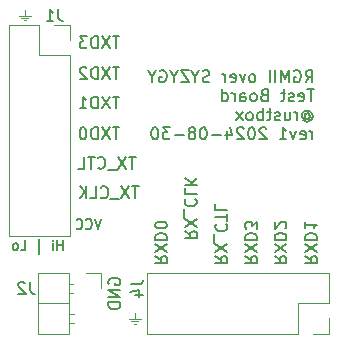
<source format=gbr>
%TF.GenerationSoftware,KiCad,Pcbnew,8.0.4*%
%TF.CreationDate,2024-08-30T00:40:39-07:00*%
%TF.ProjectId,SYZYGY-RGMII-tester,53595a59-4759-42d5-9247-4d49492d7465,rev?*%
%TF.SameCoordinates,Original*%
%TF.FileFunction,Legend,Bot*%
%TF.FilePolarity,Positive*%
%FSLAX46Y46*%
G04 Gerber Fmt 4.6, Leading zero omitted, Abs format (unit mm)*
G04 Created by KiCad (PCBNEW 8.0.4) date 2024-08-30 00:40:39*
%MOMM*%
%LPD*%
G01*
G04 APERTURE LIST*
%ADD10C,0.200000*%
%ADD11C,0.150000*%
%ADD12C,0.100000*%
%ADD13C,0.120000*%
G04 APERTURE END LIST*
D10*
X129058898Y-78737387D02*
X129392231Y-78261196D01*
X129630326Y-78737387D02*
X129630326Y-77737387D01*
X129630326Y-77737387D02*
X129249374Y-77737387D01*
X129249374Y-77737387D02*
X129154136Y-77785006D01*
X129154136Y-77785006D02*
X129106517Y-77832625D01*
X129106517Y-77832625D02*
X129058898Y-77927863D01*
X129058898Y-77927863D02*
X129058898Y-78070720D01*
X129058898Y-78070720D02*
X129106517Y-78165958D01*
X129106517Y-78165958D02*
X129154136Y-78213577D01*
X129154136Y-78213577D02*
X129249374Y-78261196D01*
X129249374Y-78261196D02*
X129630326Y-78261196D01*
X128106517Y-77785006D02*
X128201755Y-77737387D01*
X128201755Y-77737387D02*
X128344612Y-77737387D01*
X128344612Y-77737387D02*
X128487469Y-77785006D01*
X128487469Y-77785006D02*
X128582707Y-77880244D01*
X128582707Y-77880244D02*
X128630326Y-77975482D01*
X128630326Y-77975482D02*
X128677945Y-78165958D01*
X128677945Y-78165958D02*
X128677945Y-78308815D01*
X128677945Y-78308815D02*
X128630326Y-78499291D01*
X128630326Y-78499291D02*
X128582707Y-78594529D01*
X128582707Y-78594529D02*
X128487469Y-78689768D01*
X128487469Y-78689768D02*
X128344612Y-78737387D01*
X128344612Y-78737387D02*
X128249374Y-78737387D01*
X128249374Y-78737387D02*
X128106517Y-78689768D01*
X128106517Y-78689768D02*
X128058898Y-78642148D01*
X128058898Y-78642148D02*
X128058898Y-78308815D01*
X128058898Y-78308815D02*
X128249374Y-78308815D01*
X127630326Y-78737387D02*
X127630326Y-77737387D01*
X127630326Y-77737387D02*
X127296993Y-78451672D01*
X127296993Y-78451672D02*
X126963660Y-77737387D01*
X126963660Y-77737387D02*
X126963660Y-78737387D01*
X126487469Y-78737387D02*
X126487469Y-77737387D01*
X126011279Y-78737387D02*
X126011279Y-77737387D01*
X124630327Y-78737387D02*
X124725565Y-78689768D01*
X124725565Y-78689768D02*
X124773184Y-78642148D01*
X124773184Y-78642148D02*
X124820803Y-78546910D01*
X124820803Y-78546910D02*
X124820803Y-78261196D01*
X124820803Y-78261196D02*
X124773184Y-78165958D01*
X124773184Y-78165958D02*
X124725565Y-78118339D01*
X124725565Y-78118339D02*
X124630327Y-78070720D01*
X124630327Y-78070720D02*
X124487470Y-78070720D01*
X124487470Y-78070720D02*
X124392232Y-78118339D01*
X124392232Y-78118339D02*
X124344613Y-78165958D01*
X124344613Y-78165958D02*
X124296994Y-78261196D01*
X124296994Y-78261196D02*
X124296994Y-78546910D01*
X124296994Y-78546910D02*
X124344613Y-78642148D01*
X124344613Y-78642148D02*
X124392232Y-78689768D01*
X124392232Y-78689768D02*
X124487470Y-78737387D01*
X124487470Y-78737387D02*
X124630327Y-78737387D01*
X123963660Y-78070720D02*
X123725565Y-78737387D01*
X123725565Y-78737387D02*
X123487470Y-78070720D01*
X122725565Y-78689768D02*
X122820803Y-78737387D01*
X122820803Y-78737387D02*
X123011279Y-78737387D01*
X123011279Y-78737387D02*
X123106517Y-78689768D01*
X123106517Y-78689768D02*
X123154136Y-78594529D01*
X123154136Y-78594529D02*
X123154136Y-78213577D01*
X123154136Y-78213577D02*
X123106517Y-78118339D01*
X123106517Y-78118339D02*
X123011279Y-78070720D01*
X123011279Y-78070720D02*
X122820803Y-78070720D01*
X122820803Y-78070720D02*
X122725565Y-78118339D01*
X122725565Y-78118339D02*
X122677946Y-78213577D01*
X122677946Y-78213577D02*
X122677946Y-78308815D01*
X122677946Y-78308815D02*
X123154136Y-78404053D01*
X122249374Y-78737387D02*
X122249374Y-78070720D01*
X122249374Y-78261196D02*
X122201755Y-78165958D01*
X122201755Y-78165958D02*
X122154136Y-78118339D01*
X122154136Y-78118339D02*
X122058898Y-78070720D01*
X122058898Y-78070720D02*
X121963660Y-78070720D01*
X120916040Y-78689768D02*
X120773183Y-78737387D01*
X120773183Y-78737387D02*
X120535088Y-78737387D01*
X120535088Y-78737387D02*
X120439850Y-78689768D01*
X120439850Y-78689768D02*
X120392231Y-78642148D01*
X120392231Y-78642148D02*
X120344612Y-78546910D01*
X120344612Y-78546910D02*
X120344612Y-78451672D01*
X120344612Y-78451672D02*
X120392231Y-78356434D01*
X120392231Y-78356434D02*
X120439850Y-78308815D01*
X120439850Y-78308815D02*
X120535088Y-78261196D01*
X120535088Y-78261196D02*
X120725564Y-78213577D01*
X120725564Y-78213577D02*
X120820802Y-78165958D01*
X120820802Y-78165958D02*
X120868421Y-78118339D01*
X120868421Y-78118339D02*
X120916040Y-78023101D01*
X120916040Y-78023101D02*
X120916040Y-77927863D01*
X120916040Y-77927863D02*
X120868421Y-77832625D01*
X120868421Y-77832625D02*
X120820802Y-77785006D01*
X120820802Y-77785006D02*
X120725564Y-77737387D01*
X120725564Y-77737387D02*
X120487469Y-77737387D01*
X120487469Y-77737387D02*
X120344612Y-77785006D01*
X119725564Y-78261196D02*
X119725564Y-78737387D01*
X120058897Y-77737387D02*
X119725564Y-78261196D01*
X119725564Y-78261196D02*
X119392231Y-77737387D01*
X119154135Y-77737387D02*
X118487469Y-77737387D01*
X118487469Y-77737387D02*
X119154135Y-78737387D01*
X119154135Y-78737387D02*
X118487469Y-78737387D01*
X117916040Y-78261196D02*
X117916040Y-78737387D01*
X118249373Y-77737387D02*
X117916040Y-78261196D01*
X117916040Y-78261196D02*
X117582707Y-77737387D01*
X116725564Y-77785006D02*
X116820802Y-77737387D01*
X116820802Y-77737387D02*
X116963659Y-77737387D01*
X116963659Y-77737387D02*
X117106516Y-77785006D01*
X117106516Y-77785006D02*
X117201754Y-77880244D01*
X117201754Y-77880244D02*
X117249373Y-77975482D01*
X117249373Y-77975482D02*
X117296992Y-78165958D01*
X117296992Y-78165958D02*
X117296992Y-78308815D01*
X117296992Y-78308815D02*
X117249373Y-78499291D01*
X117249373Y-78499291D02*
X117201754Y-78594529D01*
X117201754Y-78594529D02*
X117106516Y-78689768D01*
X117106516Y-78689768D02*
X116963659Y-78737387D01*
X116963659Y-78737387D02*
X116868421Y-78737387D01*
X116868421Y-78737387D02*
X116725564Y-78689768D01*
X116725564Y-78689768D02*
X116677945Y-78642148D01*
X116677945Y-78642148D02*
X116677945Y-78308815D01*
X116677945Y-78308815D02*
X116868421Y-78308815D01*
X116058897Y-78261196D02*
X116058897Y-78737387D01*
X116392230Y-77737387D02*
X116058897Y-78261196D01*
X116058897Y-78261196D02*
X115725564Y-77737387D01*
X129773183Y-79347331D02*
X129201755Y-79347331D01*
X129487469Y-80347331D02*
X129487469Y-79347331D01*
X128487469Y-80299712D02*
X128582707Y-80347331D01*
X128582707Y-80347331D02*
X128773183Y-80347331D01*
X128773183Y-80347331D02*
X128868421Y-80299712D01*
X128868421Y-80299712D02*
X128916040Y-80204473D01*
X128916040Y-80204473D02*
X128916040Y-79823521D01*
X128916040Y-79823521D02*
X128868421Y-79728283D01*
X128868421Y-79728283D02*
X128773183Y-79680664D01*
X128773183Y-79680664D02*
X128582707Y-79680664D01*
X128582707Y-79680664D02*
X128487469Y-79728283D01*
X128487469Y-79728283D02*
X128439850Y-79823521D01*
X128439850Y-79823521D02*
X128439850Y-79918759D01*
X128439850Y-79918759D02*
X128916040Y-80013997D01*
X128058897Y-80299712D02*
X127963659Y-80347331D01*
X127963659Y-80347331D02*
X127773183Y-80347331D01*
X127773183Y-80347331D02*
X127677945Y-80299712D01*
X127677945Y-80299712D02*
X127630326Y-80204473D01*
X127630326Y-80204473D02*
X127630326Y-80156854D01*
X127630326Y-80156854D02*
X127677945Y-80061616D01*
X127677945Y-80061616D02*
X127773183Y-80013997D01*
X127773183Y-80013997D02*
X127916040Y-80013997D01*
X127916040Y-80013997D02*
X128011278Y-79966378D01*
X128011278Y-79966378D02*
X128058897Y-79871140D01*
X128058897Y-79871140D02*
X128058897Y-79823521D01*
X128058897Y-79823521D02*
X128011278Y-79728283D01*
X128011278Y-79728283D02*
X127916040Y-79680664D01*
X127916040Y-79680664D02*
X127773183Y-79680664D01*
X127773183Y-79680664D02*
X127677945Y-79728283D01*
X127344611Y-79680664D02*
X126963659Y-79680664D01*
X127201754Y-79347331D02*
X127201754Y-80204473D01*
X127201754Y-80204473D02*
X127154135Y-80299712D01*
X127154135Y-80299712D02*
X127058897Y-80347331D01*
X127058897Y-80347331D02*
X126963659Y-80347331D01*
X125535087Y-79823521D02*
X125392230Y-79871140D01*
X125392230Y-79871140D02*
X125344611Y-79918759D01*
X125344611Y-79918759D02*
X125296992Y-80013997D01*
X125296992Y-80013997D02*
X125296992Y-80156854D01*
X125296992Y-80156854D02*
X125344611Y-80252092D01*
X125344611Y-80252092D02*
X125392230Y-80299712D01*
X125392230Y-80299712D02*
X125487468Y-80347331D01*
X125487468Y-80347331D02*
X125868420Y-80347331D01*
X125868420Y-80347331D02*
X125868420Y-79347331D01*
X125868420Y-79347331D02*
X125535087Y-79347331D01*
X125535087Y-79347331D02*
X125439849Y-79394950D01*
X125439849Y-79394950D02*
X125392230Y-79442569D01*
X125392230Y-79442569D02*
X125344611Y-79537807D01*
X125344611Y-79537807D02*
X125344611Y-79633045D01*
X125344611Y-79633045D02*
X125392230Y-79728283D01*
X125392230Y-79728283D02*
X125439849Y-79775902D01*
X125439849Y-79775902D02*
X125535087Y-79823521D01*
X125535087Y-79823521D02*
X125868420Y-79823521D01*
X124725563Y-80347331D02*
X124820801Y-80299712D01*
X124820801Y-80299712D02*
X124868420Y-80252092D01*
X124868420Y-80252092D02*
X124916039Y-80156854D01*
X124916039Y-80156854D02*
X124916039Y-79871140D01*
X124916039Y-79871140D02*
X124868420Y-79775902D01*
X124868420Y-79775902D02*
X124820801Y-79728283D01*
X124820801Y-79728283D02*
X124725563Y-79680664D01*
X124725563Y-79680664D02*
X124582706Y-79680664D01*
X124582706Y-79680664D02*
X124487468Y-79728283D01*
X124487468Y-79728283D02*
X124439849Y-79775902D01*
X124439849Y-79775902D02*
X124392230Y-79871140D01*
X124392230Y-79871140D02*
X124392230Y-80156854D01*
X124392230Y-80156854D02*
X124439849Y-80252092D01*
X124439849Y-80252092D02*
X124487468Y-80299712D01*
X124487468Y-80299712D02*
X124582706Y-80347331D01*
X124582706Y-80347331D02*
X124725563Y-80347331D01*
X123535087Y-80347331D02*
X123535087Y-79823521D01*
X123535087Y-79823521D02*
X123582706Y-79728283D01*
X123582706Y-79728283D02*
X123677944Y-79680664D01*
X123677944Y-79680664D02*
X123868420Y-79680664D01*
X123868420Y-79680664D02*
X123963658Y-79728283D01*
X123535087Y-80299712D02*
X123630325Y-80347331D01*
X123630325Y-80347331D02*
X123868420Y-80347331D01*
X123868420Y-80347331D02*
X123963658Y-80299712D01*
X123963658Y-80299712D02*
X124011277Y-80204473D01*
X124011277Y-80204473D02*
X124011277Y-80109235D01*
X124011277Y-80109235D02*
X123963658Y-80013997D01*
X123963658Y-80013997D02*
X123868420Y-79966378D01*
X123868420Y-79966378D02*
X123630325Y-79966378D01*
X123630325Y-79966378D02*
X123535087Y-79918759D01*
X123058896Y-80347331D02*
X123058896Y-79680664D01*
X123058896Y-79871140D02*
X123011277Y-79775902D01*
X123011277Y-79775902D02*
X122963658Y-79728283D01*
X122963658Y-79728283D02*
X122868420Y-79680664D01*
X122868420Y-79680664D02*
X122773182Y-79680664D01*
X122011277Y-80347331D02*
X122011277Y-79347331D01*
X122011277Y-80299712D02*
X122106515Y-80347331D01*
X122106515Y-80347331D02*
X122296991Y-80347331D01*
X122296991Y-80347331D02*
X122392229Y-80299712D01*
X122392229Y-80299712D02*
X122439848Y-80252092D01*
X122439848Y-80252092D02*
X122487467Y-80156854D01*
X122487467Y-80156854D02*
X122487467Y-79871140D01*
X122487467Y-79871140D02*
X122439848Y-79775902D01*
X122439848Y-79775902D02*
X122392229Y-79728283D01*
X122392229Y-79728283D02*
X122296991Y-79680664D01*
X122296991Y-79680664D02*
X122106515Y-79680664D01*
X122106515Y-79680664D02*
X122011277Y-79728283D01*
X129011279Y-81481084D02*
X129058898Y-81433465D01*
X129058898Y-81433465D02*
X129154136Y-81385846D01*
X129154136Y-81385846D02*
X129249374Y-81385846D01*
X129249374Y-81385846D02*
X129344612Y-81433465D01*
X129344612Y-81433465D02*
X129392231Y-81481084D01*
X129392231Y-81481084D02*
X129439850Y-81576322D01*
X129439850Y-81576322D02*
X129439850Y-81671560D01*
X129439850Y-81671560D02*
X129392231Y-81766798D01*
X129392231Y-81766798D02*
X129344612Y-81814417D01*
X129344612Y-81814417D02*
X129249374Y-81862036D01*
X129249374Y-81862036D02*
X129154136Y-81862036D01*
X129154136Y-81862036D02*
X129058898Y-81814417D01*
X129058898Y-81814417D02*
X129011279Y-81766798D01*
X129011279Y-81385846D02*
X129011279Y-81766798D01*
X129011279Y-81766798D02*
X128963660Y-81814417D01*
X128963660Y-81814417D02*
X128916041Y-81814417D01*
X128916041Y-81814417D02*
X128820802Y-81766798D01*
X128820802Y-81766798D02*
X128773183Y-81671560D01*
X128773183Y-81671560D02*
X128773183Y-81433465D01*
X128773183Y-81433465D02*
X128868422Y-81290608D01*
X128868422Y-81290608D02*
X129011279Y-81195370D01*
X129011279Y-81195370D02*
X129201755Y-81147751D01*
X129201755Y-81147751D02*
X129392231Y-81195370D01*
X129392231Y-81195370D02*
X129535088Y-81290608D01*
X129535088Y-81290608D02*
X129630326Y-81433465D01*
X129630326Y-81433465D02*
X129677945Y-81623941D01*
X129677945Y-81623941D02*
X129630326Y-81814417D01*
X129630326Y-81814417D02*
X129535088Y-81957275D01*
X129535088Y-81957275D02*
X129392231Y-82052513D01*
X129392231Y-82052513D02*
X129201755Y-82100132D01*
X129201755Y-82100132D02*
X129011279Y-82052513D01*
X129011279Y-82052513D02*
X128868422Y-81957275D01*
X128344612Y-81957275D02*
X128344612Y-81290608D01*
X128344612Y-81481084D02*
X128296993Y-81385846D01*
X128296993Y-81385846D02*
X128249374Y-81338227D01*
X128249374Y-81338227D02*
X128154136Y-81290608D01*
X128154136Y-81290608D02*
X128058898Y-81290608D01*
X127296993Y-81290608D02*
X127296993Y-81957275D01*
X127725564Y-81290608D02*
X127725564Y-81814417D01*
X127725564Y-81814417D02*
X127677945Y-81909656D01*
X127677945Y-81909656D02*
X127582707Y-81957275D01*
X127582707Y-81957275D02*
X127439850Y-81957275D01*
X127439850Y-81957275D02*
X127344612Y-81909656D01*
X127344612Y-81909656D02*
X127296993Y-81862036D01*
X126868421Y-81909656D02*
X126773183Y-81957275D01*
X126773183Y-81957275D02*
X126582707Y-81957275D01*
X126582707Y-81957275D02*
X126487469Y-81909656D01*
X126487469Y-81909656D02*
X126439850Y-81814417D01*
X126439850Y-81814417D02*
X126439850Y-81766798D01*
X126439850Y-81766798D02*
X126487469Y-81671560D01*
X126487469Y-81671560D02*
X126582707Y-81623941D01*
X126582707Y-81623941D02*
X126725564Y-81623941D01*
X126725564Y-81623941D02*
X126820802Y-81576322D01*
X126820802Y-81576322D02*
X126868421Y-81481084D01*
X126868421Y-81481084D02*
X126868421Y-81433465D01*
X126868421Y-81433465D02*
X126820802Y-81338227D01*
X126820802Y-81338227D02*
X126725564Y-81290608D01*
X126725564Y-81290608D02*
X126582707Y-81290608D01*
X126582707Y-81290608D02*
X126487469Y-81338227D01*
X126154135Y-81290608D02*
X125773183Y-81290608D01*
X126011278Y-80957275D02*
X126011278Y-81814417D01*
X126011278Y-81814417D02*
X125963659Y-81909656D01*
X125963659Y-81909656D02*
X125868421Y-81957275D01*
X125868421Y-81957275D02*
X125773183Y-81957275D01*
X125439849Y-81957275D02*
X125439849Y-80957275D01*
X125439849Y-81338227D02*
X125344611Y-81290608D01*
X125344611Y-81290608D02*
X125154135Y-81290608D01*
X125154135Y-81290608D02*
X125058897Y-81338227D01*
X125058897Y-81338227D02*
X125011278Y-81385846D01*
X125011278Y-81385846D02*
X124963659Y-81481084D01*
X124963659Y-81481084D02*
X124963659Y-81766798D01*
X124963659Y-81766798D02*
X125011278Y-81862036D01*
X125011278Y-81862036D02*
X125058897Y-81909656D01*
X125058897Y-81909656D02*
X125154135Y-81957275D01*
X125154135Y-81957275D02*
X125344611Y-81957275D01*
X125344611Y-81957275D02*
X125439849Y-81909656D01*
X124392230Y-81957275D02*
X124487468Y-81909656D01*
X124487468Y-81909656D02*
X124535087Y-81862036D01*
X124535087Y-81862036D02*
X124582706Y-81766798D01*
X124582706Y-81766798D02*
X124582706Y-81481084D01*
X124582706Y-81481084D02*
X124535087Y-81385846D01*
X124535087Y-81385846D02*
X124487468Y-81338227D01*
X124487468Y-81338227D02*
X124392230Y-81290608D01*
X124392230Y-81290608D02*
X124249373Y-81290608D01*
X124249373Y-81290608D02*
X124154135Y-81338227D01*
X124154135Y-81338227D02*
X124106516Y-81385846D01*
X124106516Y-81385846D02*
X124058897Y-81481084D01*
X124058897Y-81481084D02*
X124058897Y-81766798D01*
X124058897Y-81766798D02*
X124106516Y-81862036D01*
X124106516Y-81862036D02*
X124154135Y-81909656D01*
X124154135Y-81909656D02*
X124249373Y-81957275D01*
X124249373Y-81957275D02*
X124392230Y-81957275D01*
X123725563Y-81957275D02*
X123201754Y-81290608D01*
X123725563Y-81290608D02*
X123201754Y-81957275D01*
X129630326Y-83567219D02*
X129630326Y-82900552D01*
X129630326Y-83091028D02*
X129582707Y-82995790D01*
X129582707Y-82995790D02*
X129535088Y-82948171D01*
X129535088Y-82948171D02*
X129439850Y-82900552D01*
X129439850Y-82900552D02*
X129344612Y-82900552D01*
X128630326Y-83519600D02*
X128725564Y-83567219D01*
X128725564Y-83567219D02*
X128916040Y-83567219D01*
X128916040Y-83567219D02*
X129011278Y-83519600D01*
X129011278Y-83519600D02*
X129058897Y-83424361D01*
X129058897Y-83424361D02*
X129058897Y-83043409D01*
X129058897Y-83043409D02*
X129011278Y-82948171D01*
X129011278Y-82948171D02*
X128916040Y-82900552D01*
X128916040Y-82900552D02*
X128725564Y-82900552D01*
X128725564Y-82900552D02*
X128630326Y-82948171D01*
X128630326Y-82948171D02*
X128582707Y-83043409D01*
X128582707Y-83043409D02*
X128582707Y-83138647D01*
X128582707Y-83138647D02*
X129058897Y-83233885D01*
X128249373Y-82900552D02*
X128011278Y-83567219D01*
X128011278Y-83567219D02*
X127773183Y-82900552D01*
X126868421Y-83567219D02*
X127439849Y-83567219D01*
X127154135Y-83567219D02*
X127154135Y-82567219D01*
X127154135Y-82567219D02*
X127249373Y-82710076D01*
X127249373Y-82710076D02*
X127344611Y-82805314D01*
X127344611Y-82805314D02*
X127439849Y-82852933D01*
X125725563Y-82662457D02*
X125677944Y-82614838D01*
X125677944Y-82614838D02*
X125582706Y-82567219D01*
X125582706Y-82567219D02*
X125344611Y-82567219D01*
X125344611Y-82567219D02*
X125249373Y-82614838D01*
X125249373Y-82614838D02*
X125201754Y-82662457D01*
X125201754Y-82662457D02*
X125154135Y-82757695D01*
X125154135Y-82757695D02*
X125154135Y-82852933D01*
X125154135Y-82852933D02*
X125201754Y-82995790D01*
X125201754Y-82995790D02*
X125773182Y-83567219D01*
X125773182Y-83567219D02*
X125154135Y-83567219D01*
X124535087Y-82567219D02*
X124439849Y-82567219D01*
X124439849Y-82567219D02*
X124344611Y-82614838D01*
X124344611Y-82614838D02*
X124296992Y-82662457D01*
X124296992Y-82662457D02*
X124249373Y-82757695D01*
X124249373Y-82757695D02*
X124201754Y-82948171D01*
X124201754Y-82948171D02*
X124201754Y-83186266D01*
X124201754Y-83186266D02*
X124249373Y-83376742D01*
X124249373Y-83376742D02*
X124296992Y-83471980D01*
X124296992Y-83471980D02*
X124344611Y-83519600D01*
X124344611Y-83519600D02*
X124439849Y-83567219D01*
X124439849Y-83567219D02*
X124535087Y-83567219D01*
X124535087Y-83567219D02*
X124630325Y-83519600D01*
X124630325Y-83519600D02*
X124677944Y-83471980D01*
X124677944Y-83471980D02*
X124725563Y-83376742D01*
X124725563Y-83376742D02*
X124773182Y-83186266D01*
X124773182Y-83186266D02*
X124773182Y-82948171D01*
X124773182Y-82948171D02*
X124725563Y-82757695D01*
X124725563Y-82757695D02*
X124677944Y-82662457D01*
X124677944Y-82662457D02*
X124630325Y-82614838D01*
X124630325Y-82614838D02*
X124535087Y-82567219D01*
X123820801Y-82662457D02*
X123773182Y-82614838D01*
X123773182Y-82614838D02*
X123677944Y-82567219D01*
X123677944Y-82567219D02*
X123439849Y-82567219D01*
X123439849Y-82567219D02*
X123344611Y-82614838D01*
X123344611Y-82614838D02*
X123296992Y-82662457D01*
X123296992Y-82662457D02*
X123249373Y-82757695D01*
X123249373Y-82757695D02*
X123249373Y-82852933D01*
X123249373Y-82852933D02*
X123296992Y-82995790D01*
X123296992Y-82995790D02*
X123868420Y-83567219D01*
X123868420Y-83567219D02*
X123249373Y-83567219D01*
X122392230Y-82900552D02*
X122392230Y-83567219D01*
X122630325Y-82519600D02*
X122868420Y-83233885D01*
X122868420Y-83233885D02*
X122249373Y-83233885D01*
X121868420Y-83186266D02*
X121106516Y-83186266D01*
X120439849Y-82567219D02*
X120344611Y-82567219D01*
X120344611Y-82567219D02*
X120249373Y-82614838D01*
X120249373Y-82614838D02*
X120201754Y-82662457D01*
X120201754Y-82662457D02*
X120154135Y-82757695D01*
X120154135Y-82757695D02*
X120106516Y-82948171D01*
X120106516Y-82948171D02*
X120106516Y-83186266D01*
X120106516Y-83186266D02*
X120154135Y-83376742D01*
X120154135Y-83376742D02*
X120201754Y-83471980D01*
X120201754Y-83471980D02*
X120249373Y-83519600D01*
X120249373Y-83519600D02*
X120344611Y-83567219D01*
X120344611Y-83567219D02*
X120439849Y-83567219D01*
X120439849Y-83567219D02*
X120535087Y-83519600D01*
X120535087Y-83519600D02*
X120582706Y-83471980D01*
X120582706Y-83471980D02*
X120630325Y-83376742D01*
X120630325Y-83376742D02*
X120677944Y-83186266D01*
X120677944Y-83186266D02*
X120677944Y-82948171D01*
X120677944Y-82948171D02*
X120630325Y-82757695D01*
X120630325Y-82757695D02*
X120582706Y-82662457D01*
X120582706Y-82662457D02*
X120535087Y-82614838D01*
X120535087Y-82614838D02*
X120439849Y-82567219D01*
X119535087Y-82995790D02*
X119630325Y-82948171D01*
X119630325Y-82948171D02*
X119677944Y-82900552D01*
X119677944Y-82900552D02*
X119725563Y-82805314D01*
X119725563Y-82805314D02*
X119725563Y-82757695D01*
X119725563Y-82757695D02*
X119677944Y-82662457D01*
X119677944Y-82662457D02*
X119630325Y-82614838D01*
X119630325Y-82614838D02*
X119535087Y-82567219D01*
X119535087Y-82567219D02*
X119344611Y-82567219D01*
X119344611Y-82567219D02*
X119249373Y-82614838D01*
X119249373Y-82614838D02*
X119201754Y-82662457D01*
X119201754Y-82662457D02*
X119154135Y-82757695D01*
X119154135Y-82757695D02*
X119154135Y-82805314D01*
X119154135Y-82805314D02*
X119201754Y-82900552D01*
X119201754Y-82900552D02*
X119249373Y-82948171D01*
X119249373Y-82948171D02*
X119344611Y-82995790D01*
X119344611Y-82995790D02*
X119535087Y-82995790D01*
X119535087Y-82995790D02*
X119630325Y-83043409D01*
X119630325Y-83043409D02*
X119677944Y-83091028D01*
X119677944Y-83091028D02*
X119725563Y-83186266D01*
X119725563Y-83186266D02*
X119725563Y-83376742D01*
X119725563Y-83376742D02*
X119677944Y-83471980D01*
X119677944Y-83471980D02*
X119630325Y-83519600D01*
X119630325Y-83519600D02*
X119535087Y-83567219D01*
X119535087Y-83567219D02*
X119344611Y-83567219D01*
X119344611Y-83567219D02*
X119249373Y-83519600D01*
X119249373Y-83519600D02*
X119201754Y-83471980D01*
X119201754Y-83471980D02*
X119154135Y-83376742D01*
X119154135Y-83376742D02*
X119154135Y-83186266D01*
X119154135Y-83186266D02*
X119201754Y-83091028D01*
X119201754Y-83091028D02*
X119249373Y-83043409D01*
X119249373Y-83043409D02*
X119344611Y-82995790D01*
X118725563Y-83186266D02*
X117963659Y-83186266D01*
X117582706Y-82567219D02*
X116963659Y-82567219D01*
X116963659Y-82567219D02*
X117296992Y-82948171D01*
X117296992Y-82948171D02*
X117154135Y-82948171D01*
X117154135Y-82948171D02*
X117058897Y-82995790D01*
X117058897Y-82995790D02*
X117011278Y-83043409D01*
X117011278Y-83043409D02*
X116963659Y-83138647D01*
X116963659Y-83138647D02*
X116963659Y-83376742D01*
X116963659Y-83376742D02*
X117011278Y-83471980D01*
X117011278Y-83471980D02*
X117058897Y-83519600D01*
X117058897Y-83519600D02*
X117154135Y-83567219D01*
X117154135Y-83567219D02*
X117439849Y-83567219D01*
X117439849Y-83567219D02*
X117535087Y-83519600D01*
X117535087Y-83519600D02*
X117582706Y-83471980D01*
X116344611Y-82567219D02*
X116249373Y-82567219D01*
X116249373Y-82567219D02*
X116154135Y-82614838D01*
X116154135Y-82614838D02*
X116106516Y-82662457D01*
X116106516Y-82662457D02*
X116058897Y-82757695D01*
X116058897Y-82757695D02*
X116011278Y-82948171D01*
X116011278Y-82948171D02*
X116011278Y-83186266D01*
X116011278Y-83186266D02*
X116058897Y-83376742D01*
X116058897Y-83376742D02*
X116106516Y-83471980D01*
X116106516Y-83471980D02*
X116154135Y-83519600D01*
X116154135Y-83519600D02*
X116249373Y-83567219D01*
X116249373Y-83567219D02*
X116344611Y-83567219D01*
X116344611Y-83567219D02*
X116439849Y-83519600D01*
X116439849Y-83519600D02*
X116487468Y-83471980D01*
X116487468Y-83471980D02*
X116535087Y-83376742D01*
X116535087Y-83376742D02*
X116582706Y-83186266D01*
X116582706Y-83186266D02*
X116582706Y-82948171D01*
X116582706Y-82948171D02*
X116535087Y-82757695D01*
X116535087Y-82757695D02*
X116487468Y-82662457D01*
X116487468Y-82662457D02*
X116439849Y-82614838D01*
X116439849Y-82614838D02*
X116344611Y-82567219D01*
X113303006Y-74867219D02*
X112731578Y-74867219D01*
X113017292Y-75867219D02*
X113017292Y-74867219D01*
X112493482Y-74867219D02*
X111826816Y-75867219D01*
X111826816Y-74867219D02*
X112493482Y-75867219D01*
X111445863Y-75867219D02*
X111445863Y-74867219D01*
X111445863Y-74867219D02*
X111207768Y-74867219D01*
X111207768Y-74867219D02*
X111064911Y-74914838D01*
X111064911Y-74914838D02*
X110969673Y-75010076D01*
X110969673Y-75010076D02*
X110922054Y-75105314D01*
X110922054Y-75105314D02*
X110874435Y-75295790D01*
X110874435Y-75295790D02*
X110874435Y-75438647D01*
X110874435Y-75438647D02*
X110922054Y-75629123D01*
X110922054Y-75629123D02*
X110969673Y-75724361D01*
X110969673Y-75724361D02*
X111064911Y-75819600D01*
X111064911Y-75819600D02*
X111207768Y-75867219D01*
X111207768Y-75867219D02*
X111445863Y-75867219D01*
X110541101Y-74867219D02*
X109922054Y-74867219D01*
X109922054Y-74867219D02*
X110255387Y-75248171D01*
X110255387Y-75248171D02*
X110112530Y-75248171D01*
X110112530Y-75248171D02*
X110017292Y-75295790D01*
X110017292Y-75295790D02*
X109969673Y-75343409D01*
X109969673Y-75343409D02*
X109922054Y-75438647D01*
X109922054Y-75438647D02*
X109922054Y-75676742D01*
X109922054Y-75676742D02*
X109969673Y-75771980D01*
X109969673Y-75771980D02*
X110017292Y-75819600D01*
X110017292Y-75819600D02*
X110112530Y-75867219D01*
X110112530Y-75867219D02*
X110398244Y-75867219D01*
X110398244Y-75867219D02*
X110493482Y-75819600D01*
X110493482Y-75819600D02*
X110541101Y-75771980D01*
X113303006Y-77467219D02*
X112731578Y-77467219D01*
X113017292Y-78467219D02*
X113017292Y-77467219D01*
X112493482Y-77467219D02*
X111826816Y-78467219D01*
X111826816Y-77467219D02*
X112493482Y-78467219D01*
X111445863Y-78467219D02*
X111445863Y-77467219D01*
X111445863Y-77467219D02*
X111207768Y-77467219D01*
X111207768Y-77467219D02*
X111064911Y-77514838D01*
X111064911Y-77514838D02*
X110969673Y-77610076D01*
X110969673Y-77610076D02*
X110922054Y-77705314D01*
X110922054Y-77705314D02*
X110874435Y-77895790D01*
X110874435Y-77895790D02*
X110874435Y-78038647D01*
X110874435Y-78038647D02*
X110922054Y-78229123D01*
X110922054Y-78229123D02*
X110969673Y-78324361D01*
X110969673Y-78324361D02*
X111064911Y-78419600D01*
X111064911Y-78419600D02*
X111207768Y-78467219D01*
X111207768Y-78467219D02*
X111445863Y-78467219D01*
X110493482Y-77562457D02*
X110445863Y-77514838D01*
X110445863Y-77514838D02*
X110350625Y-77467219D01*
X110350625Y-77467219D02*
X110112530Y-77467219D01*
X110112530Y-77467219D02*
X110017292Y-77514838D01*
X110017292Y-77514838D02*
X109969673Y-77562457D01*
X109969673Y-77562457D02*
X109922054Y-77657695D01*
X109922054Y-77657695D02*
X109922054Y-77752933D01*
X109922054Y-77752933D02*
X109969673Y-77895790D01*
X109969673Y-77895790D02*
X110541101Y-78467219D01*
X110541101Y-78467219D02*
X109922054Y-78467219D01*
X113303006Y-79967219D02*
X112731578Y-79967219D01*
X113017292Y-80967219D02*
X113017292Y-79967219D01*
X112493482Y-79967219D02*
X111826816Y-80967219D01*
X111826816Y-79967219D02*
X112493482Y-80967219D01*
X111445863Y-80967219D02*
X111445863Y-79967219D01*
X111445863Y-79967219D02*
X111207768Y-79967219D01*
X111207768Y-79967219D02*
X111064911Y-80014838D01*
X111064911Y-80014838D02*
X110969673Y-80110076D01*
X110969673Y-80110076D02*
X110922054Y-80205314D01*
X110922054Y-80205314D02*
X110874435Y-80395790D01*
X110874435Y-80395790D02*
X110874435Y-80538647D01*
X110874435Y-80538647D02*
X110922054Y-80729123D01*
X110922054Y-80729123D02*
X110969673Y-80824361D01*
X110969673Y-80824361D02*
X111064911Y-80919600D01*
X111064911Y-80919600D02*
X111207768Y-80967219D01*
X111207768Y-80967219D02*
X111445863Y-80967219D01*
X109922054Y-80967219D02*
X110493482Y-80967219D01*
X110207768Y-80967219D02*
X110207768Y-79967219D01*
X110207768Y-79967219D02*
X110303006Y-80110076D01*
X110303006Y-80110076D02*
X110398244Y-80205314D01*
X110398244Y-80205314D02*
X110493482Y-80252933D01*
X113303006Y-82567219D02*
X112731578Y-82567219D01*
X113017292Y-83567219D02*
X113017292Y-82567219D01*
X112493482Y-82567219D02*
X111826816Y-83567219D01*
X111826816Y-82567219D02*
X112493482Y-83567219D01*
X111445863Y-83567219D02*
X111445863Y-82567219D01*
X111445863Y-82567219D02*
X111207768Y-82567219D01*
X111207768Y-82567219D02*
X111064911Y-82614838D01*
X111064911Y-82614838D02*
X110969673Y-82710076D01*
X110969673Y-82710076D02*
X110922054Y-82805314D01*
X110922054Y-82805314D02*
X110874435Y-82995790D01*
X110874435Y-82995790D02*
X110874435Y-83138647D01*
X110874435Y-83138647D02*
X110922054Y-83329123D01*
X110922054Y-83329123D02*
X110969673Y-83424361D01*
X110969673Y-83424361D02*
X111064911Y-83519600D01*
X111064911Y-83519600D02*
X111207768Y-83567219D01*
X111207768Y-83567219D02*
X111445863Y-83567219D01*
X110255387Y-82567219D02*
X110160149Y-82567219D01*
X110160149Y-82567219D02*
X110064911Y-82614838D01*
X110064911Y-82614838D02*
X110017292Y-82662457D01*
X110017292Y-82662457D02*
X109969673Y-82757695D01*
X109969673Y-82757695D02*
X109922054Y-82948171D01*
X109922054Y-82948171D02*
X109922054Y-83186266D01*
X109922054Y-83186266D02*
X109969673Y-83376742D01*
X109969673Y-83376742D02*
X110017292Y-83471980D01*
X110017292Y-83471980D02*
X110064911Y-83519600D01*
X110064911Y-83519600D02*
X110160149Y-83567219D01*
X110160149Y-83567219D02*
X110255387Y-83567219D01*
X110255387Y-83567219D02*
X110350625Y-83519600D01*
X110350625Y-83519600D02*
X110398244Y-83471980D01*
X110398244Y-83471980D02*
X110445863Y-83376742D01*
X110445863Y-83376742D02*
X110493482Y-83186266D01*
X110493482Y-83186266D02*
X110493482Y-82948171D01*
X110493482Y-82948171D02*
X110445863Y-82757695D01*
X110445863Y-82757695D02*
X110398244Y-82662457D01*
X110398244Y-82662457D02*
X110350625Y-82614838D01*
X110350625Y-82614838D02*
X110255387Y-82567219D01*
X114683959Y-85067219D02*
X114112531Y-85067219D01*
X114398245Y-86067219D02*
X114398245Y-85067219D01*
X113874435Y-85067219D02*
X113207769Y-86067219D01*
X113207769Y-85067219D02*
X113874435Y-86067219D01*
X113064912Y-86162457D02*
X112303007Y-86162457D01*
X111493483Y-85971980D02*
X111541102Y-86019600D01*
X111541102Y-86019600D02*
X111683959Y-86067219D01*
X111683959Y-86067219D02*
X111779197Y-86067219D01*
X111779197Y-86067219D02*
X111922054Y-86019600D01*
X111922054Y-86019600D02*
X112017292Y-85924361D01*
X112017292Y-85924361D02*
X112064911Y-85829123D01*
X112064911Y-85829123D02*
X112112530Y-85638647D01*
X112112530Y-85638647D02*
X112112530Y-85495790D01*
X112112530Y-85495790D02*
X112064911Y-85305314D01*
X112064911Y-85305314D02*
X112017292Y-85210076D01*
X112017292Y-85210076D02*
X111922054Y-85114838D01*
X111922054Y-85114838D02*
X111779197Y-85067219D01*
X111779197Y-85067219D02*
X111683959Y-85067219D01*
X111683959Y-85067219D02*
X111541102Y-85114838D01*
X111541102Y-85114838D02*
X111493483Y-85162457D01*
X111207768Y-85067219D02*
X110636340Y-85067219D01*
X110922054Y-86067219D02*
X110922054Y-85067219D01*
X109826816Y-86067219D02*
X110303006Y-86067219D01*
X110303006Y-86067219D02*
X110303006Y-85067219D01*
X114922054Y-87567219D02*
X114350626Y-87567219D01*
X114636340Y-88567219D02*
X114636340Y-87567219D01*
X114112530Y-87567219D02*
X113445864Y-88567219D01*
X113445864Y-87567219D02*
X114112530Y-88567219D01*
X113303007Y-88662457D02*
X112541102Y-88662457D01*
X111731578Y-88471980D02*
X111779197Y-88519600D01*
X111779197Y-88519600D02*
X111922054Y-88567219D01*
X111922054Y-88567219D02*
X112017292Y-88567219D01*
X112017292Y-88567219D02*
X112160149Y-88519600D01*
X112160149Y-88519600D02*
X112255387Y-88424361D01*
X112255387Y-88424361D02*
X112303006Y-88329123D01*
X112303006Y-88329123D02*
X112350625Y-88138647D01*
X112350625Y-88138647D02*
X112350625Y-87995790D01*
X112350625Y-87995790D02*
X112303006Y-87805314D01*
X112303006Y-87805314D02*
X112255387Y-87710076D01*
X112255387Y-87710076D02*
X112160149Y-87614838D01*
X112160149Y-87614838D02*
X112017292Y-87567219D01*
X112017292Y-87567219D02*
X111922054Y-87567219D01*
X111922054Y-87567219D02*
X111779197Y-87614838D01*
X111779197Y-87614838D02*
X111731578Y-87662457D01*
X110826816Y-88567219D02*
X111303006Y-88567219D01*
X111303006Y-88567219D02*
X111303006Y-87567219D01*
X110493482Y-88567219D02*
X110493482Y-87567219D01*
X109922054Y-88567219D02*
X110350625Y-87995790D01*
X109922054Y-87567219D02*
X110493482Y-88138647D01*
D11*
X111725125Y-90282057D02*
X111458458Y-91182057D01*
X111458458Y-91182057D02*
X111191792Y-90282057D01*
X110467982Y-91096342D02*
X110506078Y-91139200D01*
X110506078Y-91139200D02*
X110620363Y-91182057D01*
X110620363Y-91182057D02*
X110696554Y-91182057D01*
X110696554Y-91182057D02*
X110810840Y-91139200D01*
X110810840Y-91139200D02*
X110887030Y-91053485D01*
X110887030Y-91053485D02*
X110925125Y-90967771D01*
X110925125Y-90967771D02*
X110963221Y-90796342D01*
X110963221Y-90796342D02*
X110963221Y-90667771D01*
X110963221Y-90667771D02*
X110925125Y-90496342D01*
X110925125Y-90496342D02*
X110887030Y-90410628D01*
X110887030Y-90410628D02*
X110810840Y-90324914D01*
X110810840Y-90324914D02*
X110696554Y-90282057D01*
X110696554Y-90282057D02*
X110620363Y-90282057D01*
X110620363Y-90282057D02*
X110506078Y-90324914D01*
X110506078Y-90324914D02*
X110467982Y-90367771D01*
X109667982Y-91096342D02*
X109706078Y-91139200D01*
X109706078Y-91139200D02*
X109820363Y-91182057D01*
X109820363Y-91182057D02*
X109896554Y-91182057D01*
X109896554Y-91182057D02*
X110010840Y-91139200D01*
X110010840Y-91139200D02*
X110087030Y-91053485D01*
X110087030Y-91053485D02*
X110125125Y-90967771D01*
X110125125Y-90967771D02*
X110163221Y-90796342D01*
X110163221Y-90796342D02*
X110163221Y-90667771D01*
X110163221Y-90667771D02*
X110125125Y-90496342D01*
X110125125Y-90496342D02*
X110087030Y-90410628D01*
X110087030Y-90410628D02*
X110010840Y-90324914D01*
X110010840Y-90324914D02*
X109896554Y-90282057D01*
X109896554Y-90282057D02*
X109820363Y-90282057D01*
X109820363Y-90282057D02*
X109706078Y-90324914D01*
X109706078Y-90324914D02*
X109667982Y-90367771D01*
X108510839Y-92982057D02*
X108510839Y-92082057D01*
X108510839Y-92510628D02*
X108053696Y-92510628D01*
X108053696Y-92982057D02*
X108053696Y-92082057D01*
X107672744Y-92982057D02*
X107672744Y-92382057D01*
X107672744Y-92082057D02*
X107710840Y-92124914D01*
X107710840Y-92124914D02*
X107672744Y-92167771D01*
X107672744Y-92167771D02*
X107634649Y-92124914D01*
X107634649Y-92124914D02*
X107672744Y-92082057D01*
X107672744Y-92082057D02*
X107672744Y-92167771D01*
X106491792Y-93282057D02*
X106491792Y-91996342D01*
X104929887Y-92982057D02*
X105310839Y-92982057D01*
X105310839Y-92982057D02*
X105310839Y-92082057D01*
X104548935Y-92982057D02*
X104625125Y-92939200D01*
X104625125Y-92939200D02*
X104663220Y-92896342D01*
X104663220Y-92896342D02*
X104701316Y-92810628D01*
X104701316Y-92810628D02*
X104701316Y-92553485D01*
X104701316Y-92553485D02*
X104663220Y-92467771D01*
X104663220Y-92467771D02*
X104625125Y-92424914D01*
X104625125Y-92424914D02*
X104548935Y-92382057D01*
X104548935Y-92382057D02*
X104434649Y-92382057D01*
X104434649Y-92382057D02*
X104358458Y-92424914D01*
X104358458Y-92424914D02*
X104320363Y-92467771D01*
X104320363Y-92467771D02*
X104282268Y-92553485D01*
X104282268Y-92553485D02*
X104282268Y-92810628D01*
X104282268Y-92810628D02*
X104320363Y-92896342D01*
X104320363Y-92896342D02*
X104358458Y-92939200D01*
X104358458Y-92939200D02*
X104434649Y-92982057D01*
X104434649Y-92982057D02*
X104548935Y-92982057D01*
D10*
X129032780Y-93458898D02*
X129508971Y-93792231D01*
X129032780Y-94030326D02*
X130032780Y-94030326D01*
X130032780Y-94030326D02*
X130032780Y-93649374D01*
X130032780Y-93649374D02*
X129985161Y-93554136D01*
X129985161Y-93554136D02*
X129937542Y-93506517D01*
X129937542Y-93506517D02*
X129842304Y-93458898D01*
X129842304Y-93458898D02*
X129699447Y-93458898D01*
X129699447Y-93458898D02*
X129604209Y-93506517D01*
X129604209Y-93506517D02*
X129556590Y-93554136D01*
X129556590Y-93554136D02*
X129508971Y-93649374D01*
X129508971Y-93649374D02*
X129508971Y-94030326D01*
X130032780Y-93125564D02*
X129032780Y-92458898D01*
X130032780Y-92458898D02*
X129032780Y-93125564D01*
X129032780Y-92077945D02*
X130032780Y-92077945D01*
X130032780Y-92077945D02*
X130032780Y-91839850D01*
X130032780Y-91839850D02*
X129985161Y-91696993D01*
X129985161Y-91696993D02*
X129889923Y-91601755D01*
X129889923Y-91601755D02*
X129794685Y-91554136D01*
X129794685Y-91554136D02*
X129604209Y-91506517D01*
X129604209Y-91506517D02*
X129461352Y-91506517D01*
X129461352Y-91506517D02*
X129270876Y-91554136D01*
X129270876Y-91554136D02*
X129175638Y-91601755D01*
X129175638Y-91601755D02*
X129080400Y-91696993D01*
X129080400Y-91696993D02*
X129032780Y-91839850D01*
X129032780Y-91839850D02*
X129032780Y-92077945D01*
X129032780Y-90554136D02*
X129032780Y-91125564D01*
X129032780Y-90839850D02*
X130032780Y-90839850D01*
X130032780Y-90839850D02*
X129889923Y-90935088D01*
X129889923Y-90935088D02*
X129794685Y-91030326D01*
X129794685Y-91030326D02*
X129747066Y-91125564D01*
X126432780Y-93458898D02*
X126908971Y-93792231D01*
X126432780Y-94030326D02*
X127432780Y-94030326D01*
X127432780Y-94030326D02*
X127432780Y-93649374D01*
X127432780Y-93649374D02*
X127385161Y-93554136D01*
X127385161Y-93554136D02*
X127337542Y-93506517D01*
X127337542Y-93506517D02*
X127242304Y-93458898D01*
X127242304Y-93458898D02*
X127099447Y-93458898D01*
X127099447Y-93458898D02*
X127004209Y-93506517D01*
X127004209Y-93506517D02*
X126956590Y-93554136D01*
X126956590Y-93554136D02*
X126908971Y-93649374D01*
X126908971Y-93649374D02*
X126908971Y-94030326D01*
X127432780Y-93125564D02*
X126432780Y-92458898D01*
X127432780Y-92458898D02*
X126432780Y-93125564D01*
X126432780Y-92077945D02*
X127432780Y-92077945D01*
X127432780Y-92077945D02*
X127432780Y-91839850D01*
X127432780Y-91839850D02*
X127385161Y-91696993D01*
X127385161Y-91696993D02*
X127289923Y-91601755D01*
X127289923Y-91601755D02*
X127194685Y-91554136D01*
X127194685Y-91554136D02*
X127004209Y-91506517D01*
X127004209Y-91506517D02*
X126861352Y-91506517D01*
X126861352Y-91506517D02*
X126670876Y-91554136D01*
X126670876Y-91554136D02*
X126575638Y-91601755D01*
X126575638Y-91601755D02*
X126480400Y-91696993D01*
X126480400Y-91696993D02*
X126432780Y-91839850D01*
X126432780Y-91839850D02*
X126432780Y-92077945D01*
X127337542Y-91125564D02*
X127385161Y-91077945D01*
X127385161Y-91077945D02*
X127432780Y-90982707D01*
X127432780Y-90982707D02*
X127432780Y-90744612D01*
X127432780Y-90744612D02*
X127385161Y-90649374D01*
X127385161Y-90649374D02*
X127337542Y-90601755D01*
X127337542Y-90601755D02*
X127242304Y-90554136D01*
X127242304Y-90554136D02*
X127147066Y-90554136D01*
X127147066Y-90554136D02*
X127004209Y-90601755D01*
X127004209Y-90601755D02*
X126432780Y-91173183D01*
X126432780Y-91173183D02*
X126432780Y-90554136D01*
X123932780Y-93458898D02*
X124408971Y-93792231D01*
X123932780Y-94030326D02*
X124932780Y-94030326D01*
X124932780Y-94030326D02*
X124932780Y-93649374D01*
X124932780Y-93649374D02*
X124885161Y-93554136D01*
X124885161Y-93554136D02*
X124837542Y-93506517D01*
X124837542Y-93506517D02*
X124742304Y-93458898D01*
X124742304Y-93458898D02*
X124599447Y-93458898D01*
X124599447Y-93458898D02*
X124504209Y-93506517D01*
X124504209Y-93506517D02*
X124456590Y-93554136D01*
X124456590Y-93554136D02*
X124408971Y-93649374D01*
X124408971Y-93649374D02*
X124408971Y-94030326D01*
X124932780Y-93125564D02*
X123932780Y-92458898D01*
X124932780Y-92458898D02*
X123932780Y-93125564D01*
X123932780Y-92077945D02*
X124932780Y-92077945D01*
X124932780Y-92077945D02*
X124932780Y-91839850D01*
X124932780Y-91839850D02*
X124885161Y-91696993D01*
X124885161Y-91696993D02*
X124789923Y-91601755D01*
X124789923Y-91601755D02*
X124694685Y-91554136D01*
X124694685Y-91554136D02*
X124504209Y-91506517D01*
X124504209Y-91506517D02*
X124361352Y-91506517D01*
X124361352Y-91506517D02*
X124170876Y-91554136D01*
X124170876Y-91554136D02*
X124075638Y-91601755D01*
X124075638Y-91601755D02*
X123980400Y-91696993D01*
X123980400Y-91696993D02*
X123932780Y-91839850D01*
X123932780Y-91839850D02*
X123932780Y-92077945D01*
X124932780Y-91173183D02*
X124932780Y-90554136D01*
X124932780Y-90554136D02*
X124551828Y-90887469D01*
X124551828Y-90887469D02*
X124551828Y-90744612D01*
X124551828Y-90744612D02*
X124504209Y-90649374D01*
X124504209Y-90649374D02*
X124456590Y-90601755D01*
X124456590Y-90601755D02*
X124361352Y-90554136D01*
X124361352Y-90554136D02*
X124123257Y-90554136D01*
X124123257Y-90554136D02*
X124028019Y-90601755D01*
X124028019Y-90601755D02*
X123980400Y-90649374D01*
X123980400Y-90649374D02*
X123932780Y-90744612D01*
X123932780Y-90744612D02*
X123932780Y-91030326D01*
X123932780Y-91030326D02*
X123980400Y-91125564D01*
X123980400Y-91125564D02*
X124028019Y-91173183D01*
X121432780Y-93458898D02*
X121908971Y-93792231D01*
X121432780Y-94030326D02*
X122432780Y-94030326D01*
X122432780Y-94030326D02*
X122432780Y-93649374D01*
X122432780Y-93649374D02*
X122385161Y-93554136D01*
X122385161Y-93554136D02*
X122337542Y-93506517D01*
X122337542Y-93506517D02*
X122242304Y-93458898D01*
X122242304Y-93458898D02*
X122099447Y-93458898D01*
X122099447Y-93458898D02*
X122004209Y-93506517D01*
X122004209Y-93506517D02*
X121956590Y-93554136D01*
X121956590Y-93554136D02*
X121908971Y-93649374D01*
X121908971Y-93649374D02*
X121908971Y-94030326D01*
X122432780Y-93125564D02*
X121432780Y-92458898D01*
X122432780Y-92458898D02*
X121432780Y-93125564D01*
X121337542Y-92316041D02*
X121337542Y-91554136D01*
X121528019Y-90744612D02*
X121480400Y-90792231D01*
X121480400Y-90792231D02*
X121432780Y-90935088D01*
X121432780Y-90935088D02*
X121432780Y-91030326D01*
X121432780Y-91030326D02*
X121480400Y-91173183D01*
X121480400Y-91173183D02*
X121575638Y-91268421D01*
X121575638Y-91268421D02*
X121670876Y-91316040D01*
X121670876Y-91316040D02*
X121861352Y-91363659D01*
X121861352Y-91363659D02*
X122004209Y-91363659D01*
X122004209Y-91363659D02*
X122194685Y-91316040D01*
X122194685Y-91316040D02*
X122289923Y-91268421D01*
X122289923Y-91268421D02*
X122385161Y-91173183D01*
X122385161Y-91173183D02*
X122432780Y-91030326D01*
X122432780Y-91030326D02*
X122432780Y-90935088D01*
X122432780Y-90935088D02*
X122385161Y-90792231D01*
X122385161Y-90792231D02*
X122337542Y-90744612D01*
X122432780Y-90458897D02*
X122432780Y-89887469D01*
X121432780Y-90173183D02*
X122432780Y-90173183D01*
X121432780Y-89077945D02*
X121432780Y-89554135D01*
X121432780Y-89554135D02*
X122432780Y-89554135D01*
X118832780Y-91358898D02*
X119308971Y-91692231D01*
X118832780Y-91930326D02*
X119832780Y-91930326D01*
X119832780Y-91930326D02*
X119832780Y-91549374D01*
X119832780Y-91549374D02*
X119785161Y-91454136D01*
X119785161Y-91454136D02*
X119737542Y-91406517D01*
X119737542Y-91406517D02*
X119642304Y-91358898D01*
X119642304Y-91358898D02*
X119499447Y-91358898D01*
X119499447Y-91358898D02*
X119404209Y-91406517D01*
X119404209Y-91406517D02*
X119356590Y-91454136D01*
X119356590Y-91454136D02*
X119308971Y-91549374D01*
X119308971Y-91549374D02*
X119308971Y-91930326D01*
X119832780Y-91025564D02*
X118832780Y-90358898D01*
X119832780Y-90358898D02*
X118832780Y-91025564D01*
X118737542Y-90216041D02*
X118737542Y-89454136D01*
X118928019Y-88644612D02*
X118880400Y-88692231D01*
X118880400Y-88692231D02*
X118832780Y-88835088D01*
X118832780Y-88835088D02*
X118832780Y-88930326D01*
X118832780Y-88930326D02*
X118880400Y-89073183D01*
X118880400Y-89073183D02*
X118975638Y-89168421D01*
X118975638Y-89168421D02*
X119070876Y-89216040D01*
X119070876Y-89216040D02*
X119261352Y-89263659D01*
X119261352Y-89263659D02*
X119404209Y-89263659D01*
X119404209Y-89263659D02*
X119594685Y-89216040D01*
X119594685Y-89216040D02*
X119689923Y-89168421D01*
X119689923Y-89168421D02*
X119785161Y-89073183D01*
X119785161Y-89073183D02*
X119832780Y-88930326D01*
X119832780Y-88930326D02*
X119832780Y-88835088D01*
X119832780Y-88835088D02*
X119785161Y-88692231D01*
X119785161Y-88692231D02*
X119737542Y-88644612D01*
X118832780Y-87739850D02*
X118832780Y-88216040D01*
X118832780Y-88216040D02*
X119832780Y-88216040D01*
X118832780Y-87406516D02*
X119832780Y-87406516D01*
X118832780Y-86835088D02*
X119404209Y-87263659D01*
X119832780Y-86835088D02*
X119261352Y-87406516D01*
X116332780Y-93458898D02*
X116808971Y-93792231D01*
X116332780Y-94030326D02*
X117332780Y-94030326D01*
X117332780Y-94030326D02*
X117332780Y-93649374D01*
X117332780Y-93649374D02*
X117285161Y-93554136D01*
X117285161Y-93554136D02*
X117237542Y-93506517D01*
X117237542Y-93506517D02*
X117142304Y-93458898D01*
X117142304Y-93458898D02*
X116999447Y-93458898D01*
X116999447Y-93458898D02*
X116904209Y-93506517D01*
X116904209Y-93506517D02*
X116856590Y-93554136D01*
X116856590Y-93554136D02*
X116808971Y-93649374D01*
X116808971Y-93649374D02*
X116808971Y-94030326D01*
X117332780Y-93125564D02*
X116332780Y-92458898D01*
X117332780Y-92458898D02*
X116332780Y-93125564D01*
X116332780Y-92077945D02*
X117332780Y-92077945D01*
X117332780Y-92077945D02*
X117332780Y-91839850D01*
X117332780Y-91839850D02*
X117285161Y-91696993D01*
X117285161Y-91696993D02*
X117189923Y-91601755D01*
X117189923Y-91601755D02*
X117094685Y-91554136D01*
X117094685Y-91554136D02*
X116904209Y-91506517D01*
X116904209Y-91506517D02*
X116761352Y-91506517D01*
X116761352Y-91506517D02*
X116570876Y-91554136D01*
X116570876Y-91554136D02*
X116475638Y-91601755D01*
X116475638Y-91601755D02*
X116380400Y-91696993D01*
X116380400Y-91696993D02*
X116332780Y-91839850D01*
X116332780Y-91839850D02*
X116332780Y-92077945D01*
X117332780Y-90887469D02*
X117332780Y-90792231D01*
X117332780Y-90792231D02*
X117285161Y-90696993D01*
X117285161Y-90696993D02*
X117237542Y-90649374D01*
X117237542Y-90649374D02*
X117142304Y-90601755D01*
X117142304Y-90601755D02*
X116951828Y-90554136D01*
X116951828Y-90554136D02*
X116713733Y-90554136D01*
X116713733Y-90554136D02*
X116523257Y-90601755D01*
X116523257Y-90601755D02*
X116428019Y-90649374D01*
X116428019Y-90649374D02*
X116380400Y-90696993D01*
X116380400Y-90696993D02*
X116332780Y-90792231D01*
X116332780Y-90792231D02*
X116332780Y-90887469D01*
X116332780Y-90887469D02*
X116380400Y-90982707D01*
X116380400Y-90982707D02*
X116428019Y-91030326D01*
X116428019Y-91030326D02*
X116523257Y-91077945D01*
X116523257Y-91077945D02*
X116713733Y-91125564D01*
X116713733Y-91125564D02*
X116951828Y-91125564D01*
X116951828Y-91125564D02*
X117142304Y-91077945D01*
X117142304Y-91077945D02*
X117237542Y-91030326D01*
X117237542Y-91030326D02*
X117285161Y-90982707D01*
X117285161Y-90982707D02*
X117332780Y-90887469D01*
D11*
X112417438Y-95860588D02*
X112369819Y-95765350D01*
X112369819Y-95765350D02*
X112369819Y-95622493D01*
X112369819Y-95622493D02*
X112417438Y-95479636D01*
X112417438Y-95479636D02*
X112512676Y-95384398D01*
X112512676Y-95384398D02*
X112607914Y-95336779D01*
X112607914Y-95336779D02*
X112798390Y-95289160D01*
X112798390Y-95289160D02*
X112941247Y-95289160D01*
X112941247Y-95289160D02*
X113131723Y-95336779D01*
X113131723Y-95336779D02*
X113226961Y-95384398D01*
X113226961Y-95384398D02*
X113322200Y-95479636D01*
X113322200Y-95479636D02*
X113369819Y-95622493D01*
X113369819Y-95622493D02*
X113369819Y-95717731D01*
X113369819Y-95717731D02*
X113322200Y-95860588D01*
X113322200Y-95860588D02*
X113274580Y-95908207D01*
X113274580Y-95908207D02*
X112941247Y-95908207D01*
X112941247Y-95908207D02*
X112941247Y-95717731D01*
X113369819Y-96336779D02*
X112369819Y-96336779D01*
X112369819Y-96336779D02*
X113369819Y-96908207D01*
X113369819Y-96908207D02*
X112369819Y-96908207D01*
X113369819Y-97384398D02*
X112369819Y-97384398D01*
X112369819Y-97384398D02*
X112369819Y-97622493D01*
X112369819Y-97622493D02*
X112417438Y-97765350D01*
X112417438Y-97765350D02*
X112512676Y-97860588D01*
X112512676Y-97860588D02*
X112607914Y-97908207D01*
X112607914Y-97908207D02*
X112798390Y-97955826D01*
X112798390Y-97955826D02*
X112941247Y-97955826D01*
X112941247Y-97955826D02*
X113131723Y-97908207D01*
X113131723Y-97908207D02*
X113226961Y-97860588D01*
X113226961Y-97860588D02*
X113322200Y-97765350D01*
X113322200Y-97765350D02*
X113369819Y-97622493D01*
X113369819Y-97622493D02*
X113369819Y-97384398D01*
D12*
X114600000Y-98300000D02*
X114600000Y-98800000D01*
X114300000Y-99000000D02*
X114900000Y-99000000D01*
X115100000Y-98800000D02*
X114100000Y-98800000D01*
X114500000Y-99200000D02*
X114700000Y-99200000D01*
X105200000Y-73500000D02*
X105400000Y-73500000D01*
X105000000Y-73300000D02*
X105600000Y-73300000D01*
X105800000Y-73100000D02*
X104800000Y-73100000D01*
X105300000Y-72600000D02*
X105300000Y-73100000D01*
D11*
X105733333Y-95654819D02*
X105733333Y-96369104D01*
X105733333Y-96369104D02*
X105780952Y-96511961D01*
X105780952Y-96511961D02*
X105876190Y-96607200D01*
X105876190Y-96607200D02*
X106019047Y-96654819D01*
X106019047Y-96654819D02*
X106114285Y-96654819D01*
X105304761Y-95750057D02*
X105257142Y-95702438D01*
X105257142Y-95702438D02*
X105161904Y-95654819D01*
X105161904Y-95654819D02*
X104923809Y-95654819D01*
X104923809Y-95654819D02*
X104828571Y-95702438D01*
X104828571Y-95702438D02*
X104780952Y-95750057D01*
X104780952Y-95750057D02*
X104733333Y-95845295D01*
X104733333Y-95845295D02*
X104733333Y-95940533D01*
X104733333Y-95940533D02*
X104780952Y-96083390D01*
X104780952Y-96083390D02*
X105352380Y-96654819D01*
X105352380Y-96654819D02*
X104733333Y-96654819D01*
X114254819Y-95866666D02*
X114969104Y-95866666D01*
X114969104Y-95866666D02*
X115111961Y-95819047D01*
X115111961Y-95819047D02*
X115207200Y-95723809D01*
X115207200Y-95723809D02*
X115254819Y-95580952D01*
X115254819Y-95580952D02*
X115254819Y-95485714D01*
X114588152Y-96771428D02*
X115254819Y-96771428D01*
X114207200Y-96533333D02*
X114921485Y-96295238D01*
X114921485Y-96295238D02*
X114921485Y-96914285D01*
X108133333Y-72554819D02*
X108133333Y-73269104D01*
X108133333Y-73269104D02*
X108180952Y-73411961D01*
X108180952Y-73411961D02*
X108276190Y-73507200D01*
X108276190Y-73507200D02*
X108419047Y-73554819D01*
X108419047Y-73554819D02*
X108514285Y-73554819D01*
X107133333Y-73554819D02*
X107704761Y-73554819D01*
X107419047Y-73554819D02*
X107419047Y-72554819D01*
X107419047Y-72554819D02*
X107514285Y-72697676D01*
X107514285Y-72697676D02*
X107609523Y-72792914D01*
X107609523Y-72792914D02*
X107704761Y-72840533D01*
D13*
%TO.C,J2*%
X110500000Y-94930000D02*
X111770000Y-94930000D01*
X111770000Y-94930000D02*
X111770000Y-96200000D01*
X109060000Y-98360000D02*
X109457071Y-98360000D01*
X109060000Y-99120000D02*
X109457071Y-99120000D01*
X109060000Y-95820000D02*
X109390000Y-95820000D01*
X109060000Y-96580000D02*
X109390000Y-96580000D01*
X109060000Y-100070000D02*
X109060000Y-94870000D01*
X106400000Y-97470000D02*
X109060000Y-97470000D01*
X106400000Y-100070000D02*
X109060000Y-100070000D01*
X109060000Y-94870000D02*
X106400000Y-94870000D01*
X106400000Y-94870000D02*
X106400000Y-100070000D01*
%TO.C,J4*%
X131030000Y-98740000D02*
X131030000Y-100070000D01*
X131030000Y-100070000D02*
X129700000Y-100070000D01*
X115670000Y-100070000D02*
X128430000Y-100070000D01*
X128430000Y-97470000D02*
X128430000Y-100070000D01*
X115670000Y-94870000D02*
X115670000Y-100070000D01*
X131030000Y-94870000D02*
X131030000Y-97470000D01*
X131030000Y-97470000D02*
X128430000Y-97470000D01*
X115670000Y-94870000D02*
X131030000Y-94870000D01*
%TO.C,J1*%
X107800000Y-73870000D02*
X109130000Y-73870000D01*
X109130000Y-73870000D02*
X109130000Y-75200000D01*
X109130000Y-91770000D02*
X109130000Y-76470000D01*
X106530000Y-76470000D02*
X109130000Y-76470000D01*
X103930000Y-91770000D02*
X109130000Y-91770000D01*
X103930000Y-73870000D02*
X106530000Y-73870000D01*
X106530000Y-73870000D02*
X106530000Y-76470000D01*
X103930000Y-91770000D02*
X103930000Y-73870000D01*
%TD*%
M02*

</source>
